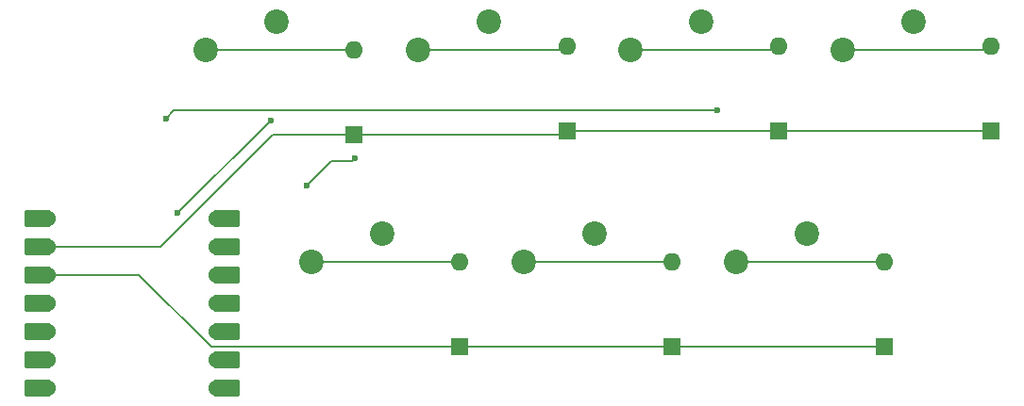
<source format=gbr>
%TF.GenerationSoftware,KiCad,Pcbnew,8.0.8*%
%TF.CreationDate,2025-02-15T20:23:53-05:00*%
%TF.ProjectId,Hackpad,4861636b-7061-4642-9e6b-696361645f70,rev?*%
%TF.SameCoordinates,Original*%
%TF.FileFunction,Copper,L1,Top*%
%TF.FilePolarity,Positive*%
%FSLAX46Y46*%
G04 Gerber Fmt 4.6, Leading zero omitted, Abs format (unit mm)*
G04 Created by KiCad (PCBNEW 8.0.8) date 2025-02-15 20:23:53*
%MOMM*%
%LPD*%
G01*
G04 APERTURE LIST*
G04 Aperture macros list*
%AMRoundRect*
0 Rectangle with rounded corners*
0 $1 Rounding radius*
0 $2 $3 $4 $5 $6 $7 $8 $9 X,Y pos of 4 corners*
0 Add a 4 corners polygon primitive as box body*
4,1,4,$2,$3,$4,$5,$6,$7,$8,$9,$2,$3,0*
0 Add four circle primitives for the rounded corners*
1,1,$1+$1,$2,$3*
1,1,$1+$1,$4,$5*
1,1,$1+$1,$6,$7*
1,1,$1+$1,$8,$9*
0 Add four rect primitives between the rounded corners*
20,1,$1+$1,$2,$3,$4,$5,0*
20,1,$1+$1,$4,$5,$6,$7,0*
20,1,$1+$1,$6,$7,$8,$9,0*
20,1,$1+$1,$8,$9,$2,$3,0*%
G04 Aperture macros list end*
%TA.AperFunction,ComponentPad*%
%ADD10C,2.200000*%
%TD*%
%TA.AperFunction,SMDPad,CuDef*%
%ADD11RoundRect,0.152400X-1.063600X-0.609600X1.063600X-0.609600X1.063600X0.609600X-1.063600X0.609600X0*%
%TD*%
%TA.AperFunction,ComponentPad*%
%ADD12C,1.524000*%
%TD*%
%TA.AperFunction,SMDPad,CuDef*%
%ADD13RoundRect,0.152400X1.063600X0.609600X-1.063600X0.609600X-1.063600X-0.609600X1.063600X-0.609600X0*%
%TD*%
%TA.AperFunction,ComponentPad*%
%ADD14R,1.600000X1.600000*%
%TD*%
%TA.AperFunction,ComponentPad*%
%ADD15O,1.600000X1.600000*%
%TD*%
%TA.AperFunction,ViaPad*%
%ADD16C,0.600000*%
%TD*%
%TA.AperFunction,Conductor*%
%ADD17C,0.200000*%
%TD*%
G04 APERTURE END LIST*
D10*
%TO.P,S7,1,1*%
%TO.N,Colum 4*%
X192660000Y-93975000D03*
%TO.P,S7,2,2*%
%TO.N,Net-(D7-A)*%
X186310000Y-96515000D03*
%TD*%
%TO.P,S1,1,1*%
%TO.N,Colum 1*%
X145070000Y-74935000D03*
%TO.P,S1,2,2*%
%TO.N,Net-(D1-A)*%
X138720000Y-77475000D03*
%TD*%
%TO.P,S3,1,1*%
%TO.N,Colum 3*%
X183210000Y-74925000D03*
%TO.P,S3,2,2*%
%TO.N,Net-(D3-A)*%
X176860000Y-77465000D03*
%TD*%
%TO.P,S5,1,1*%
%TO.N,Colum 2*%
X154560000Y-93965000D03*
%TO.P,S5,2,2*%
%TO.N,Net-(D5-A)*%
X148210000Y-96505000D03*
%TD*%
%TO.P,S4,1,1*%
%TO.N,Colum 4*%
X202260000Y-74925000D03*
%TO.P,S4,2,2*%
%TO.N,Net-(D4-A)*%
X195910000Y-77465000D03*
%TD*%
%TO.P,S6,1,1*%
%TO.N,Colum 3*%
X173610000Y-93975000D03*
%TO.P,S6,2,2*%
%TO.N,Net-(D6-A)*%
X167260000Y-96515000D03*
%TD*%
D11*
%TO.P,U1,1,PA02_A0_D0*%
%TO.N,unconnected-(U1-PA02_A0_D0-Pad1)*%
X140615000Y-107835000D03*
D12*
X139780000Y-107835000D03*
D11*
%TO.P,U1,2,PA4_A1_D1*%
%TO.N,unconnected-(U1-PA4_A1_D1-Pad2)*%
X140615000Y-105295000D03*
D12*
X139780000Y-105295000D03*
D11*
%TO.P,U1,3,PA10_A2_D2*%
%TO.N,Colum 1*%
X140615000Y-102755000D03*
D12*
X139780000Y-102755000D03*
D11*
%TO.P,U1,4,PA11_A3_D3*%
%TO.N,Colum 2*%
X140615000Y-100215000D03*
D12*
X139780000Y-100215000D03*
D11*
%TO.P,U1,5,PA8_A4_D4_SDA*%
%TO.N,unconnected-(U1-PA8_A4_D4_SDA-Pad5)*%
X140615000Y-97675000D03*
D12*
X139780000Y-97675000D03*
D11*
%TO.P,U1,6,PA9_A5_D5_SCL*%
%TO.N,unconnected-(U1-PA9_A5_D5_SCL-Pad6)*%
X140615000Y-95135000D03*
D12*
X139780000Y-95135000D03*
D11*
%TO.P,U1,7,PB08_A6_D6_TX*%
%TO.N,Colum 3*%
X140615000Y-92595000D03*
D12*
X139780000Y-92595000D03*
%TO.P,U1,8,PB09_A7_D7_RX*%
%TO.N,Colum 4*%
X124540000Y-92595000D03*
D13*
X123705000Y-92595000D03*
D12*
%TO.P,U1,9,PA7_A8_D8_SCK*%
%TO.N,Row 1*%
X124540000Y-95135000D03*
D13*
X123705000Y-95135000D03*
D12*
%TO.P,U1,10,PA5_A9_D9_MISO*%
%TO.N,Row 2*%
X124540000Y-97675000D03*
D13*
X123705000Y-97675000D03*
D12*
%TO.P,U1,11,PA6_A10_D10_MOSI*%
%TO.N,unconnected-(U1-PA6_A10_D10_MOSI-Pad11)*%
X124540000Y-100215000D03*
D13*
X123705000Y-100215000D03*
D12*
%TO.P,U1,12,3V3*%
%TO.N,unconnected-(U1-3V3-Pad12)*%
X124540000Y-102755000D03*
D13*
X123705000Y-102755000D03*
D12*
%TO.P,U1,13,GND*%
%TO.N,GND*%
X124540000Y-105295000D03*
D13*
X123705000Y-105295000D03*
D12*
%TO.P,U1,14,5V*%
%TO.N,+5V*%
X124540000Y-107835000D03*
D13*
X123705000Y-107835000D03*
%TD*%
D10*
%TO.P,S2,1,1*%
%TO.N,Colum 2*%
X164162500Y-74928750D03*
%TO.P,S2,2,2*%
%TO.N,Net-(D2-A)*%
X157812500Y-77468750D03*
%TD*%
D14*
%TO.P,D7,1,K*%
%TO.N,Row 2*%
X199660000Y-104125000D03*
D15*
%TO.P,D7,2,A*%
%TO.N,Net-(D7-A)*%
X199660000Y-96505000D03*
%TD*%
D14*
%TO.P,D1,1,K*%
%TO.N,Row 1*%
X152060000Y-85075000D03*
D15*
%TO.P,D1,2,A*%
%TO.N,Net-(D1-A)*%
X152060000Y-77455000D03*
%TD*%
D14*
%TO.P,D5,1,K*%
%TO.N,Row 2*%
X161560000Y-104175000D03*
D15*
%TO.P,D5,2,A*%
%TO.N,Net-(D5-A)*%
X161560000Y-96555000D03*
%TD*%
D14*
%TO.P,D4,1,K*%
%TO.N,Row 1*%
X209210000Y-84725000D03*
D15*
%TO.P,D4,2,A*%
%TO.N,Net-(D4-A)*%
X209210000Y-77105000D03*
%TD*%
D14*
%TO.P,D2,1,K*%
%TO.N,Row 1*%
X171160000Y-84725000D03*
D15*
%TO.P,D2,2,A*%
%TO.N,Net-(D2-A)*%
X171160000Y-77105000D03*
%TD*%
D14*
%TO.P,D6,1,K*%
%TO.N,Row 2*%
X180560000Y-104175000D03*
D15*
%TO.P,D6,2,A*%
%TO.N,Net-(D6-A)*%
X180560000Y-96555000D03*
%TD*%
D14*
%TO.P,D3,1,K*%
%TO.N,Row 1*%
X190160000Y-84725000D03*
D15*
%TO.P,D3,2,A*%
%TO.N,Net-(D3-A)*%
X190160000Y-77105000D03*
%TD*%
D16*
%TO.N,Colum 1*%
X144560000Y-83815000D03*
X136260000Y-92115000D03*
%TO.N,Colum 3*%
X152160000Y-87215000D03*
X147810000Y-89665000D03*
%TO.N,Colum 4*%
X184610000Y-82915000D03*
X135210000Y-83615000D03*
%TD*%
D17*
%TO.N,Net-(D1-A)*%
X152040000Y-77475000D02*
X152060000Y-77455000D01*
X138720000Y-77475000D02*
X152040000Y-77475000D01*
%TO.N,Row 1*%
X152060000Y-85075000D02*
X144781500Y-85075000D01*
X134721500Y-95135000D02*
X124540000Y-95135000D01*
X152060000Y-85075000D02*
X170810000Y-85075000D01*
X190160000Y-84725000D02*
X209210000Y-84725000D01*
X171160000Y-84725000D02*
X190160000Y-84725000D01*
X144781500Y-85075000D02*
X134721500Y-95135000D01*
X170810000Y-85075000D02*
X171160000Y-84725000D01*
%TO.N,Net-(D2-A)*%
X157812500Y-77468750D02*
X170796250Y-77468750D01*
X170796250Y-77468750D02*
X171160000Y-77105000D01*
%TO.N,Row 2*%
X132725686Y-97675000D02*
X139225686Y-104175000D01*
X139225686Y-104175000D02*
X161560000Y-104175000D01*
X124540000Y-97675000D02*
X132725686Y-97675000D01*
X199610000Y-104175000D02*
X199660000Y-104125000D01*
X161560000Y-104175000D02*
X180560000Y-104175000D01*
X180560000Y-104175000D02*
X199610000Y-104175000D01*
%TO.N,Net-(D3-A)*%
X176860000Y-77465000D02*
X189800000Y-77465000D01*
X189800000Y-77465000D02*
X190160000Y-77105000D01*
%TO.N,Net-(D4-A)*%
X195910000Y-77465000D02*
X208850000Y-77465000D01*
X208850000Y-77465000D02*
X209210000Y-77105000D01*
%TO.N,Net-(D5-A)*%
X161510000Y-96505000D02*
X161560000Y-96555000D01*
X148210000Y-96505000D02*
X161510000Y-96505000D01*
%TO.N,Net-(D6-A)*%
X180520000Y-96515000D02*
X180560000Y-96555000D01*
X167260000Y-96515000D02*
X180520000Y-96515000D01*
%TO.N,GND*%
X123715000Y-105295000D02*
X124540000Y-105295000D01*
%TO.N,Colum 1*%
X144560000Y-83815000D02*
X136260000Y-92115000D01*
%TO.N,Colum 3*%
X152160000Y-87215000D02*
X151910000Y-87465000D01*
X151910000Y-87465000D02*
X150010000Y-87465000D01*
X150010000Y-87465000D02*
X147810000Y-89665000D01*
%TO.N,Colum 4*%
X135910000Y-82915000D02*
X135210000Y-83615000D01*
X184610000Y-82915000D02*
X135910000Y-82915000D01*
%TO.N,Net-(D7-A)*%
X186310000Y-96515000D02*
X199650000Y-96515000D01*
X199650000Y-96515000D02*
X199660000Y-96505000D01*
%TD*%
M02*

</source>
